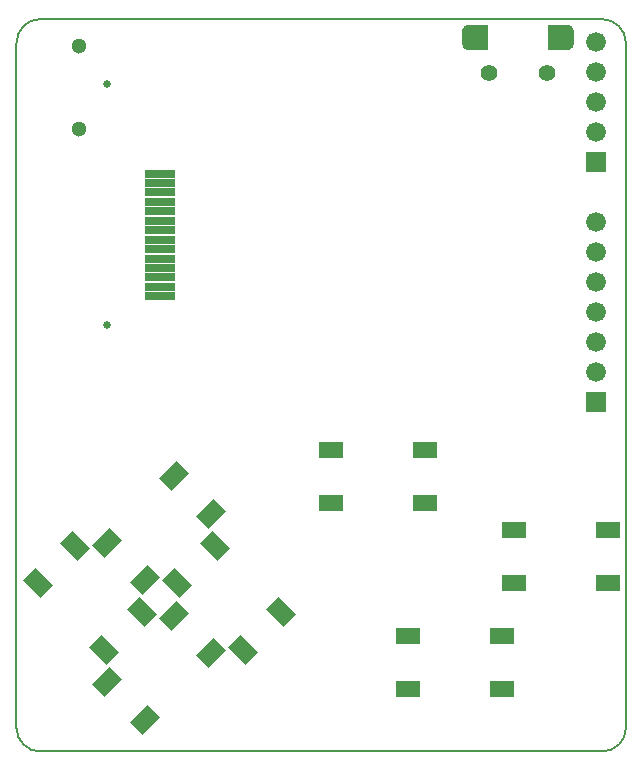
<source format=gts>
G04*
G04 #@! TF.GenerationSoftware,Altium Limited,Altium Designer,19.1.6 (110)*
G04*
G04 Layer_Color=8388736*
%FSAX25Y25*%
%MOIN*%
G70*
G01*
G75*
%ADD10C,0.00787*%
%ADD16R,0.10433X0.02560*%
%ADD17R,0.08071X0.05709*%
G04:AMPARAMS|DCode=18|XSize=80.71mil|YSize=57.09mil|CornerRadius=0mil|HoleSize=0mil|Usage=FLASHONLY|Rotation=45.000|XOffset=0mil|YOffset=0mil|HoleType=Round|Shape=Rectangle|*
%AMROTATEDRECTD18*
4,1,4,-0.00835,-0.04872,-0.04872,-0.00835,0.00835,0.04872,0.04872,0.00835,-0.00835,-0.04872,0.0*
%
%ADD18ROTATEDRECTD18*%

G04:AMPARAMS|DCode=19|XSize=80.71mil|YSize=57.09mil|CornerRadius=0mil|HoleSize=0mil|Usage=FLASHONLY|Rotation=315.000|XOffset=0mil|YOffset=0mil|HoleType=Round|Shape=Rectangle|*
%AMROTATEDRECTD19*
4,1,4,-0.04872,0.00835,-0.00835,0.04872,0.04872,-0.00835,0.00835,-0.04872,-0.04872,0.00835,0.0*
%
%ADD19ROTATEDRECTD19*%

%ADD20C,0.06591*%
%ADD21R,0.06591X0.06591*%
%ADD22C,0.05512*%
%ADD23O,0.02657X0.05315*%
%ADD24C,0.05118*%
%ADD25C,0.02560*%
G36*
X-0046182Y0242025D02*
X-0046137Y0242014D01*
X-0046094Y0241996D01*
X-0046054Y0241972D01*
X-0046019Y0241942D01*
X-0045989Y0241906D01*
X-0045964Y0241867D01*
X-0045947Y0241824D01*
X-0045936Y0241779D01*
X-0045932Y0241732D01*
Y0234252D01*
X-0045936Y0234206D01*
X-0045947Y0234160D01*
X-0045964Y0234118D01*
X-0045989Y0234078D01*
X-0046019Y0234043D01*
X-0046054Y0234012D01*
X-0046094Y0233988D01*
X-0046137Y0233970D01*
X-0046182Y0233959D01*
X-0046228Y0233956D01*
X-0052919D01*
X-0052931Y0233957D01*
X-0052942D01*
X-0052954Y0233959D01*
X-0052965Y0233959D01*
X-0052977Y0233962D01*
X-0052988Y0233964D01*
X-0052999Y0233967D01*
X-0053011Y0233970D01*
X-0053021Y0233975D01*
X-0053032Y0233978D01*
X-0053756Y0234278D01*
X-0053766Y0234283D01*
X-0053777Y0234288D01*
X-0053787Y0234294D01*
X-0053797Y0234299D01*
X-0053807Y0234306D01*
X-0053817Y0234312D01*
X-0053826Y0234320D01*
X-0053835Y0234326D01*
X-0053843Y0234335D01*
X-0053852Y0234342D01*
X-0054406Y0234896D01*
X-0054413Y0234905D01*
X-0054422Y0234913D01*
X-0054428Y0234922D01*
X-0054436Y0234931D01*
X-0054442Y0234941D01*
X-0054449Y0234951D01*
X-0054454Y0234961D01*
X-0054460Y0234971D01*
X-0054465Y0234982D01*
X-0054470Y0234992D01*
X-0054770Y0235716D01*
X-0054773Y0235727D01*
X-0054778Y0235737D01*
X-0054781Y0235749D01*
X-0054784Y0235760D01*
X-0054786Y0235771D01*
X-0054789Y0235783D01*
X-0054790Y0235794D01*
X-0054791Y0235806D01*
Y0235817D01*
X-0054792Y0235829D01*
Y0236221D01*
Y0239764D01*
Y0240155D01*
X-0054791Y0240167D01*
Y0240179D01*
X-0054790Y0240190D01*
X-0054789Y0240202D01*
X-0054786Y0240213D01*
X-0054784Y0240225D01*
X-0054781Y0240235D01*
X-0054778Y0240247D01*
X-0054773Y0240258D01*
X-0054770Y0240269D01*
X-0054470Y0240992D01*
X-0054465Y0241002D01*
X-0054460Y0241013D01*
X-0054454Y0241023D01*
X-0054449Y0241034D01*
X-0054442Y0241043D01*
X-0054436Y0241053D01*
X-0054428Y0241062D01*
X-0054422Y0241071D01*
X-0054413Y0241079D01*
X-0054406Y0241088D01*
X-0053852Y0241642D01*
X-0053843Y0241650D01*
X-0053835Y0241658D01*
X-0053826Y0241665D01*
X-0053817Y0241672D01*
X-0053807Y0241678D01*
X-0053797Y0241685D01*
X-0053787Y0241690D01*
X-0053777Y0241697D01*
X-0053766Y0241701D01*
X-0053756Y0241706D01*
X-0053032Y0242006D01*
X-0053021Y0242009D01*
X-0053011Y0242014D01*
X-0052999Y0242017D01*
X-0052988Y0242020D01*
X-0052977Y0242022D01*
X-0052965Y0242025D01*
X-0052954Y0242026D01*
X-0052942Y0242028D01*
X-0052931D01*
X-0052919Y0242028D01*
X-0046228D01*
X-0046182Y0242025D01*
D02*
G37*
G36*
X-0019053Y0242028D02*
X-0019042D01*
X-0019030Y0242026D01*
X-0019019Y0242025D01*
X-0019007Y0242022D01*
X-0018996Y0242020D01*
X-0018985Y0242017D01*
X-0018974Y0242014D01*
X-0018963Y0242009D01*
X-0018952Y0242006D01*
X-0018228Y0241706D01*
X-0018218Y0241701D01*
X-0018207Y0241697D01*
X-0018197Y0241690D01*
X-0018187Y0241685D01*
X-0018178Y0241678D01*
X-0018168Y0241672D01*
X-0018159Y0241665D01*
X-0018149Y0241658D01*
X-0018141Y0241650D01*
X-0018132Y0241642D01*
X-0017578Y0241088D01*
X-0017571Y0241079D01*
X-0017563Y0241071D01*
X-0017556Y0241062D01*
X-0017548Y0241053D01*
X-0017542Y0241043D01*
X-0017535Y0241034D01*
X-0017530Y0241023D01*
X-0017524Y0241013D01*
X-0017519Y0241002D01*
X-0017514Y0240992D01*
X-0017214Y0240269D01*
X-0017211Y0240258D01*
X-0017207Y0240247D01*
X-0017204Y0240235D01*
X-0017200Y0240225D01*
X-0017198Y0240213D01*
X-0017196Y0240202D01*
X-0017195Y0240190D01*
X-0017193Y0240179D01*
Y0240167D01*
X-0017192Y0240155D01*
Y0239764D01*
Y0236221D01*
Y0235829D01*
X-0017193Y0235817D01*
Y0235806D01*
X-0017195Y0235794D01*
X-0017196Y0235783D01*
X-0017198Y0235771D01*
X-0017200Y0235760D01*
X-0017204Y0235749D01*
X-0017207Y0235737D01*
X-0017211Y0235727D01*
X-0017214Y0235716D01*
X-0017514Y0234992D01*
X-0017519Y0234982D01*
X-0017524Y0234971D01*
X-0017530Y0234961D01*
X-0017535Y0234951D01*
X-0017542Y0234941D01*
X-0017548Y0234931D01*
X-0017556Y0234922D01*
X-0017563Y0234913D01*
X-0017571Y0234905D01*
X-0017578Y0234896D01*
X-0018132Y0234342D01*
X-0018141Y0234335D01*
X-0018149Y0234326D01*
X-0018159Y0234320D01*
X-0018168Y0234312D01*
X-0018178Y0234306D01*
X-0018187Y0234299D01*
X-0018197Y0234294D01*
X-0018207Y0234288D01*
X-0018218Y0234283D01*
X-0018228Y0234278D01*
X-0018952Y0233978D01*
X-0018963Y0233975D01*
X-0018974Y0233970D01*
X-0018985Y0233967D01*
X-0018996Y0233964D01*
X-0019007Y0233962D01*
X-0019019Y0233959D01*
X-0019030Y0233959D01*
X-0019042Y0233957D01*
X-0019054D01*
X-0019065Y0233956D01*
X-0025756D01*
X-0025802Y0233959D01*
X-0025847Y0233970D01*
X-0025890Y0233988D01*
X-0025930Y0234012D01*
X-0025965Y0234043D01*
X-0025995Y0234078D01*
X-0026020Y0234118D01*
X-0026038Y0234160D01*
X-0026048Y0234206D01*
X-0026052Y0234252D01*
Y0241732D01*
X-0026048Y0241779D01*
X-0026038Y0241824D01*
X-0026020Y0241867D01*
X-0025995Y0241906D01*
X-0025965Y0241942D01*
X-0025930Y0241972D01*
X-0025890Y0241996D01*
X-0025847Y0242014D01*
X-0025802Y0242025D01*
X-0025756Y0242028D01*
X-0019065D01*
X-0019053Y0242028D01*
D02*
G37*
D10*
X-0000000Y0236221D02*
G03*
X-0007874Y0244094I-0007874J0000000D01*
G01*
X-0007874Y0000000D02*
G03*
X0000000Y0007874I0000000J0007874D01*
G01*
X-0195276Y0244094D02*
G03*
X-0203150Y0236221I0000000J-0007874D01*
G01*
Y0007874D02*
G03*
X-0195276Y0000000I0007874J0000000D01*
G01*
Y0244094D02*
X-0007874D01*
X-0195276Y0000000D02*
X-0007874D01*
X0000000Y0007874D02*
Y0236221D01*
X-0203150Y0007874D02*
Y0236221D01*
X-0000000D02*
X0000000D01*
X-0009843Y0244094D02*
X-0007874Y0244094D01*
X-0177165D02*
X-0177165Y0244094D01*
D16*
X-0155209Y0180032D02*
D03*
Y0176882D02*
D03*
Y0183182D02*
D03*
Y0170583D02*
D03*
Y0167434D02*
D03*
Y0173733D02*
D03*
Y0189481D02*
D03*
Y0186331D02*
D03*
Y0192630D02*
D03*
Y0154835D02*
D03*
Y0161134D02*
D03*
Y0157985D02*
D03*
Y0164284D02*
D03*
Y0151686D02*
D03*
D17*
X-0067126Y0082677D02*
D03*
Y0100394D02*
D03*
X-0098425Y0082677D02*
D03*
Y0100394D02*
D03*
X-0041437Y0020669D02*
D03*
Y0038386D02*
D03*
X-0072736Y0020669D02*
D03*
Y0038386D02*
D03*
X-0006004Y0056102D02*
D03*
Y0073819D02*
D03*
X-0037303Y0056102D02*
D03*
Y0073819D02*
D03*
D18*
X-0138182Y0032755D02*
D03*
X-0150710Y0045282D02*
D03*
X-0160314Y0010623D02*
D03*
X-0172842Y0023151D02*
D03*
X-0138182Y0079212D02*
D03*
X-0150710Y0091739D02*
D03*
X-0160314Y0057080D02*
D03*
X-0172842Y0069607D02*
D03*
D19*
X-0127481Y0033851D02*
D03*
X-0114954Y0046379D02*
D03*
X-0149613Y0055983D02*
D03*
X-0137086Y0068511D02*
D03*
X-0173938Y0033851D02*
D03*
X-0161410Y0046379D02*
D03*
X-0196070Y0055983D02*
D03*
X-0183542Y0068511D02*
D03*
D20*
X-0010000Y0236634D02*
D03*
Y0206634D02*
D03*
Y0216634D02*
D03*
Y0226634D02*
D03*
Y0166634D02*
D03*
Y0156634D02*
D03*
Y0146634D02*
D03*
Y0136634D02*
D03*
Y0126634D02*
D03*
Y0176634D02*
D03*
D21*
Y0196634D02*
D03*
Y0116634D02*
D03*
D22*
X-0045539Y0226181D02*
D03*
X-0026445D02*
D03*
D23*
X-0049821Y0237992D02*
D03*
X-0022163D02*
D03*
D24*
X-0182226Y0235130D02*
D03*
Y0207571D02*
D03*
D25*
X-0172926Y0222552D02*
D03*
Y0142040D02*
D03*
M02*

</source>
